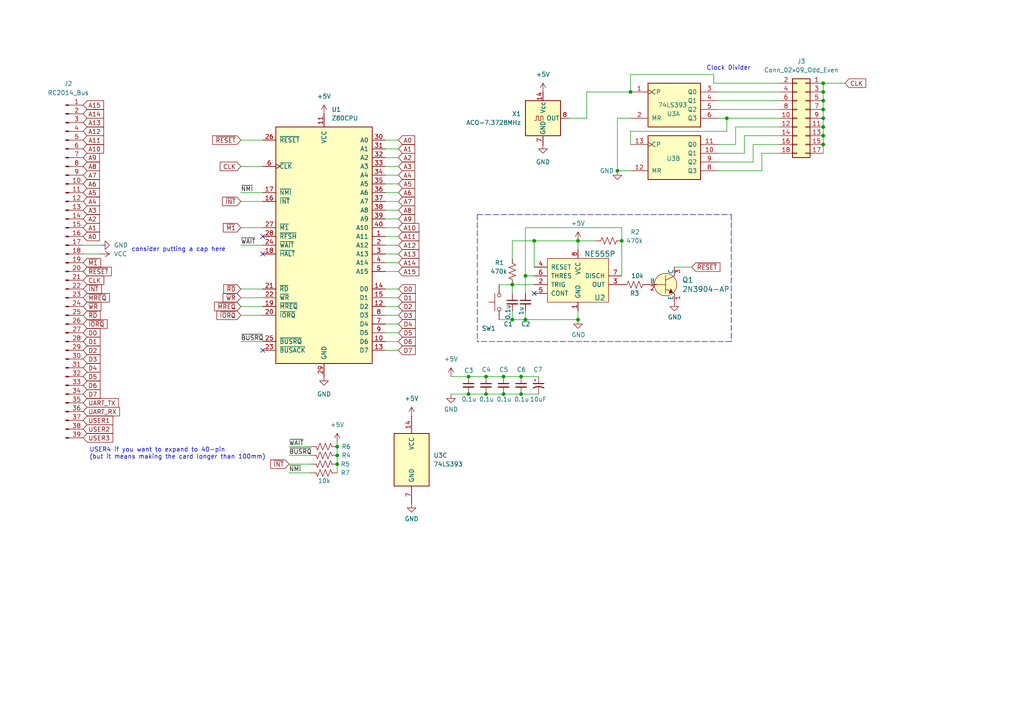
<source format=kicad_sch>
(kicad_sch (version 20231120) (generator "eeschema") (generator_version "8.0")
  (paper "A4")
  (lib_symbols
    (symbol "74xx:74LS393" (pin_names (offset 1.016))
      (property "Reference" "U" (at -7.62 8.89 0))
      (property "Value" "74LS393" (at -7.62 -8.89 0))
      (symbol "74LS393_1_0"
        (pin input clock (at -12.7 2.54 0) (length 5.08) (name "CP") (number "1"))
        (pin input line (at -12.7 -5.08 0) (length 5.08) (name "MR") (number "2"))
        (pin output line (at 12.7 2.54 180) (length 5.08) (name "Q0") (number "3"))
        (pin output line (at 12.7 0 180) (length 5.08) (name "Q1") (number "4"))
        (pin output line (at 12.7 -2.54 180) (length 5.08) (name "Q2") (number "5"))
        (pin output line (at 12.7 -5.08 180) (length 5.08) (name "Q3") (number "6"))
      )
      (symbol "74LS393_1_1"
        (rectangle (start -7.62 5.08) (end 7.62 -7.62) (stroke (width 0.254)) (fill (type background)))
      )
      (symbol "74LS393_2_0"
        (pin output line (at 12.7 0 180) (length 5.08) (name "Q1") (number "10"))
        (pin output line (at 12.7 2.54 180) (length 5.08) (name "Q0") (number "11"))
        (pin input line (at -12.7 -5.08 0) (length 5.08) (name "MR") (number "12"))
        (pin input clock (at -12.7 2.54 0) (length 5.08) (name "CP") (number "13"))
        (pin output line (at 12.7 -5.08 180) (length 5.08) (name "Q3") (number "8"))
        (pin output line (at 12.7 -2.54 180) (length 5.08) (name "Q2") (number "9"))
      )
      (symbol "74LS393_2_1"
        (rectangle (start -7.62 5.08) (end 7.62 -7.62) (stroke (width 0.254)) (fill (type background)))
      )
      (symbol "74LS393_3_0"
        (pin power_in line (at 0 12.7 270) (length 5.08) (name "VCC") (number "14"))
        (pin power_in line (at 0 -12.7 90) (length 5.08) (name "GND") (number "7"))
      )
      (symbol "74LS393_3_1"
        (rectangle (start -5.08 7.62) (end 5.08 -7.62) (stroke (width 0.254)) (fill (type background)))
      )
    )
    (symbol "CPU:Z80CPU" (pin_names (offset 1.016))
      (property "Reference" "U" (at -13.97 35.56 0))
      (property "Value" "Z80CPU" (at 6.35 35.56 0))
      (symbol "Z80CPU_0_1"
        (rectangle (start -13.97 34.29) (end 13.97 -34.29) (stroke (width 0.254)) (fill (type background)))
      )
      (symbol "Z80CPU_1_1"
        (pin output line (at 17.78 2.54 180) (length 3.81) (name "A11") (number "1"))
        (pin bidirectional line (at 17.78 -27.94 180) (length 3.81) (name "D6") (number "10"))
        (pin power_in line (at 0 38.1 270) (length 3.81) (name "VCC") (number "11"))
        (pin bidirectional line (at 17.78 -17.78 180) (length 3.81) (name "D2") (number "12"))
        (pin bidirectional line (at 17.78 -30.48 180) (length 3.81) (name "D7") (number "13"))
        (pin bidirectional line (at 17.78 -12.7 180) (length 3.81) (name "D0") (number "14"))
        (pin bidirectional line (at 17.78 -15.24 180) (length 3.81) (name "D1") (number "15"))
        (pin input line (at -17.78 12.7 0) (length 3.81) (name "~{INT}") (number "16"))
        (pin input line (at -17.78 15.24 0) (length 3.81) (name "~{NMI}") (number "17"))
        (pin output line (at -17.78 -2.54 0) (length 3.81) (name "~{HALT}") (number "18"))
        (pin output line (at -17.78 -17.78 0) (length 3.81) (name "~{MREQ}") (number "19"))
        (pin output line (at 17.78 0 180) (length 3.81) (name "A12") (number "2"))
        (pin output line (at -17.78 -20.32 0) (length 3.81) (name "~{IORQ}") (number "20"))
        (pin output line (at -17.78 -12.7 0) (length 3.81) (name "~{RD}") (number "21"))
        (pin output line (at -17.78 -15.24 0) (length 3.81) (name "~{WR}") (number "22"))
        (pin output line (at -17.78 -30.48 0) (length 3.81) (name "~{BUSACK}") (number "23"))
        (pin input line (at -17.78 0 0) (length 3.81) (name "~{WAIT}") (number "24"))
        (pin input line (at -17.78 -27.94 0) (length 3.81) (name "~{BUSRQ}") (number "25"))
        (pin input line (at -17.78 30.48 0) (length 3.81) (name "~{RESET}") (number "26"))
        (pin output line (at -17.78 5.08 0) (length 3.81) (name "~{M1}") (number "27"))
        (pin output line (at -17.78 2.54 0) (length 3.81) (name "~{RFSH}") (number "28"))
        (pin power_in line (at 0 -38.1 90) (length 3.81) (name "GND") (number "29"))
        (pin output line (at 17.78 -2.54 180) (length 3.81) (name "A13") (number "3"))
        (pin output line (at 17.78 30.48 180) (length 3.81) (name "A0") (number "30"))
        (pin output line (at 17.78 27.94 180) (length 3.81) (name "A1") (number "31"))
        (pin output line (at 17.78 25.4 180) (length 3.81) (name "A2") (number "32"))
        (pin output line (at 17.78 22.86 180) (length 3.81) (name "A3") (number "33"))
        (pin output line (at 17.78 20.32 180) (length 3.81) (name "A4") (number "34"))
        (pin output line (at 17.78 17.78 180) (length 3.81) (name "A5") (number "35"))
        (pin output line (at 17.78 15.24 180) (length 3.81) (name "A6") (number "36"))
        (pin output line (at 17.78 12.7 180) (length 3.81) (name "A7") (number "37"))
        (pin output line (at 17.78 10.16 180) (length 3.81) (name "A8") (number "38"))
        (pin output line (at 17.78 7.62 180) (length 3.81) (name "A9") (number "39"))
        (pin output line (at 17.78 -5.08 180) (length 3.81) (name "A14") (number "4"))
        (pin output line (at 17.78 5.08 180) (length 3.81) (name "A10") (number "40"))
        (pin output line (at 17.78 -7.62 180) (length 3.81) (name "A15") (number "5"))
        (pin input clock (at -17.78 22.86 0) (length 3.81) (name "~{CLK}") (number "6"))
        (pin bidirectional line (at 17.78 -22.86 180) (length 3.81) (name "D4") (number "7"))
        (pin bidirectional line (at 17.78 -20.32 180) (length 3.81) (name "D3") (number "8"))
        (pin bidirectional line (at 17.78 -25.4 180) (length 3.81) (name "D5") (number "9"))
      )
    )
    (symbol "Connector:Conn_01x39_Pin" (pin_names (offset 1.016) hide)
      (property "Reference" "J" (at 0 50.8 0))
      (property "Value" "Conn_01x39_Pin" (at 0 -50.8 0))
      (symbol "Conn_01x39_Pin_1_1"
        (polyline (pts (xy 1.27 -48.26) (xy 0.8636 -48.26)) (stroke (width 0.1524)))
        (polyline (pts (xy 1.27 -45.72) (xy 0.8636 -45.72)) (stroke (width 0.1524)))
        (polyline (pts (xy 1.27 -43.18) (xy 0.8636 -43.18)) (stroke (width 0.1524)))
        (polyline (pts (xy 1.27 -40.64) (xy 0.8636 -40.64)) (stroke (width 0.1524)))
        (polyline (pts (xy 1.27 -38.1) (xy 0.8636 -38.1)) (stroke (width 0.1524)))
        (polyline (pts (xy 1.27 -35.56) (xy 0.8636 -35.56)) (stroke (width 0.1524)))
        (polyline (pts (xy 1.27 -33.02) (xy 0.8636 -33.02)) (stroke (width 0.1524)))
        (polyline (pts (xy 1.27 -30.48) (xy 0.8636 -30.48)) (stroke (width 0.1524)))
        (polyline (pts (xy 1.27 -27.94) (xy 0.8636 -27.94)) (stroke (width 0.1524)))
        (polyline (pts (xy 1.27 -25.4) (xy 0.8636 -25.4)) (stroke (width 0.1524)))
        (polyline (pts (xy 1.27 -22.86) (xy 0.8636 -22.86)) (stroke (width 0.1524)))
        (polyline (pts (xy 1.27 -20.32) (xy 0.8636 -20.32)) (stroke (width 0.1524)))
        (polyline (pts (xy 1.27 -17.78) (xy 0.8636 -17.78)) (stroke (width 0.1524)))
        (polyline (pts (xy 1.27 -15.24) (xy 0.8636 -15.24)) (stroke (width 0.1524)))
        (polyline (pts (xy 1.27 -12.7) (xy 0.8636 -12.7)) (stroke (width 0.1524)))
        (polyline (pts (xy 1.27 -10.16) (xy 0.8636 -10.16)) (stroke (width 0.1524)))
        (polyline (pts (xy 1.27 -7.62) (xy 0.8636 -7.62)) (stroke (width 0.1524)))
        (polyline (pts (xy 1.27 -5.08) (xy 0.8636 -5.08)) (stroke (width 0.1524)))
        (polyline (pts (xy 1.27 -2.54) (xy 0.8636 -2.54)) (stroke (width 0.1524)))
        (polyline (pts (xy 1.27 0) (xy 0.8636 0)) (stroke (width 0.1524)))
        (polyline (pts (xy 1.27 2.54) (xy 0.8636 2.54)) (stroke (width 0.1524)))
        (polyline (pts (xy 1.27 5.08) (xy 0.8636 5.08)) (stroke (width 0.1524)))
        (polyline (pts (xy 1.27 7.62) (xy 0.8636 7.62)) (stroke (width 0.1524)))
        (polyline (pts (xy 1.27 10.16) (xy 0.8636 10.16)) (stroke (width 0.1524)))
        (polyline (pts (xy 1.27 12.7) (xy 0.8636 12.7)) (stroke (width 0.1524)))
        (polyline (pts (xy 1.27 15.24) (xy 0.8636 15.24)) (stroke (width 0.1524)))
        (polyline (pts (xy 1.27 17.78) (xy 0.8636 17.78)) (stroke (width 0.1524)))
        (polyline (pts (xy 1.27 20.32) (xy 0.8636 20.32)) (stroke (width 0.1524)))
        (polyline (pts (xy 1.27 22.86) (xy 0.8636 22.86)) (stroke (width 0.1524)))
        (polyline (pts (xy 1.27 25.4) (xy 0.8636 25.4)) (stroke (width 0.1524)))
        (polyline (pts (xy 1.27 27.94) (xy 0.8636 27.94)) (stroke (width 0.1524)))
        (polyline (pts (xy 1.27 30.48) (xy 0.8636 30.48)) (stroke (width 0.1524)))
        (polyline (pts (xy 1.27 33.02) (xy 0.8636 33.02)) (stroke (width 0.1524)))
        (polyline (pts (xy 1.27 35.56) (xy 0.8636 35.56)) (stroke (width 0.1524)))
        (polyline (pts (xy 1.27 38.1) (xy 0.8636 38.1)) (stroke (width 0.1524)))
        (polyline (pts (xy 1.27 40.64) (xy 0.8636 40.64)) (stroke (width 0.1524)))
        (polyline (pts (xy 1.27 43.18) (xy 0.8636 43.18)) (stroke (width 0.1524)))
        (polyline (pts (xy 1.27 45.72) (xy 0.8636 45.72)) (stroke (width 0.1524)))
        (polyline (pts (xy 1.27 48.26) (xy 0.8636 48.26)) (stroke (width 0.1524)))
        (rectangle (start 0.8636 -48.133) (end 0 -48.387) (stroke (width 0.1524)) (fill (type outline)))
        (rectangle (start 0.8636 -45.593) (end 0 -45.847) (stroke (width 0.1524)) (fill (type outline)))
        (rectangle (start 0.8636 -43.053) (end 0 -43.307) (stroke (width 0.1524)) (fill (type outline)))
        (rectangle (start 0.8636 -40.513) (end 0 -40.767) (stroke (width 0.1524)) (fill (type outline)))
        (rectangle (start 0.8636 -37.973) (end 0 -38.227) (stroke (width 0.1524)) (fill (type outline)))
        (rectangle (start 0.8636 -35.433) (end 0 -35.687) (stroke (width 0.1524)) (fill (type outline)))
        (rectangle (start 0.8636 -32.893) (end 0 -33.147) (stroke (width 0.1524)) (fill (type outline)))
        (rectangle (start 0.8636 -30.353) (end 0 -30.607) (stroke (width 0.1524)) (fill (type outline)))
        (rectangle (start 0.8636 -27.813) (end 0 -28.067) (stroke (width 0.1524)) (fill (type outline)))
        (rectangle (start 0.8636 -25.273) (end 0 -25.527) (stroke (width 0.1524)) (fill (type outline)))
        (rectangle (start 0.8636 -22.733) (end 0 -22.987) (stroke (width 0.1524)) (fill (type outline)))
        (rectangle (start 0.8636 -20.193) (end 0 -20.447) (stroke (width 0.1524)) (fill (type outline)))
        (rectangle (start 0.8636 -17.653) (end 0 -17.907) (stroke (width 0.1524)) (fill (type outline)))
        (rectangle (start 0.8636 -15.113) (end 0 -15.367) (stroke (width 0.1524)) (fill (type outline)))
        (rectangle (start 0.8636 -12.573) (end 0 -12.827) (stroke (width 0.1524)) (fill (type outline)))
        (rectangle (start 0.8636 -10.033) (end 0 -10.287) (stroke (width 0.1524)) (fill (type outline)))
        (rectangle (start 0.8636 -7.493) (end 0 -7.747) (stroke (width 0.1524)) (fill (type outline)))
        (rectangle (start 0.8636 -4.953) (end 0 -5.207) (stroke (width 0.1524)) (fill (type outline)))
        (rectangle (start 0.8636 -2.413) (end 0 -2.667) (stroke (width 0.1524)) (fill (type outline)))
        (rectangle (start 0.8636 0.127) (end 0 -0.127) (stroke (width 0.1524)) (fill (type outline)))
        (rectangle (start 0.8636 2.667) (end 0 2.413) (stroke (width 0.1524)) (fill (type outline)))
        (rectangle (start 0.8636 5.207) (end 0 4.953) (stroke (width 0.1524)) (fill (type outline)))
        (rectangle (start 0.8636 7.747) (end 0 7.493) (stroke (width 0.1524)) (fill (type outline)))
        (rectangle (start 0.8636 10.287) (end 0 10.033) (stroke (width 0.1524)) (fill (type outline)))
        (rectangle (start 0.8636 12.827) (end 0 12.573) (stroke (width 0.1524)) (fill (type outline)))
        (rectangle (start 0.8636 15.367) (end 0 15.113) (stroke (width 0.1524)) (fill (type outline)))
        (rectangle (start 0.8636 17.907) (end 0 17.653) (stroke (width 0.1524)) (fill (type outline)))
        (rectangle (start 0.8636 20.447) (end 0 20.193) (stroke (width 0.1524)) (fill (type outline)))
        (rectangle (start 0.8636 22.987) (end 0 22.733) (stroke (width 0.1524)) (fill (type outline)))
        (rectangle (start 0.8636 25.527) (end 0 25.273) (stroke (width 0.1524)) (fill (type outline)))
        (rectangle (start 0.8636 28.067) (end 0 27.813) (stroke (width 0.1524)) (fill (type outline)))
        (rectangle (start 0.8636 30.607) (end 0 30.353) (stroke (width 0.1524)) (fill (type outline)))
        (rectangle (start 0.8636 33.147) (end 0 32.893) (stroke (width 0.1524)) (fill (type outline)))
        (rectangle (start 0.8636 35.687) (end 0 35.433) (stroke (width 0.1524)) (fill (type outline)))
        (rectangle (start 0.8636 38.227) (end 0 37.973) (stroke (width 0.1524)) (fill (type outline)))
        (rectangle (start 0.8636 40.767) (end 0 40.513) (stroke (width 0.1524)) (fill (type outline)))
        (rectangle (start 0.8636 43.307) (end 0 43.053) (stroke (width 0.1524)) (fill (type outline)))
        (rectangle (start 0.8636 45.847) (end 0 45.593) (stroke (width 0.1524)) (fill (type outline)))
        (rectangle (start 0.8636 48.387) (end 0 48.133) (stroke (width 0.1524)) (fill (type outline)))
        (pin passive line (at 5.08 48.26 180) (length 3.81) (name "Pin_1") (number "1"))
        (pin passive line (at 5.08 25.4 180) (length 3.81) (name "Pin_10") (number "10"))
        (pin passive line (at 5.08 22.86 180) (length 3.81) (name "Pin_11") (number "11"))
        (pin passive line (at 5.08 20.32 180) (length 3.81) (name "Pin_12") (number "12"))
        (pin passive line (at 5.08 17.78 180) (length 3.81) (name "Pin_13") (number "13"))
        (pin passive line (at 5.08 15.24 180) (length 3.81) (name "Pin_14") (number "14"))
        (pin passive line (at 5.08 12.7 180) (length 3.81) (name "Pin_15") (number "15"))
        (pin passive line (at 5.08 10.16 180) (length 3.81) (name "Pin_16") (number "16"))
        (pin passive line (at 5.08 7.62 180) (length 3.81) (name "Pin_17") (number "17"))
        (pin passive line (at 5.08 5.08 180) (length 3.81) (name "Pin_18") (number "18"))
        (pin passive line (at 5.08 2.54 180) (length 3.81) (name "Pin_19") (number "19"))
        (pin passive line (at 5.08 45.72 180) (length 3.81) (name "Pin_2") (number "2"))
        (pin passive line (at 5.08 0 180) (length 3.81) (name "Pin_20") (number "20"))
        (pin passive line (at 5.08 -2.54 180) (length 3.81) (name "Pin_21") (number "21"))
        (pin passive line (at 5.08 -5.08 180) (length 3.81) (name "Pin_22") (number "22"))
        (pin passive line (at 5.08 -7.62 180) (length 3.81) (name "Pin_23") (number "23"))
        (pin passive line (at 5.08 -10.16 180) (length 3.81) (name "Pin_24") (number "24"))
        (pin passive line (at 5.08 -12.7 180) (length 3.81) (name "Pin_25") (number "25"))
        (pin passive line (at 5.08 -15.24 180) (length 3.81) (name "Pin_26") (number "26"))
        (pin passive line (at 5.08 -17.78 180) (length 3.81) (name "Pin_27") (number "27"))
        (pin passive line (at 5.08 -20.32 180) (length 3.81) (name "Pin_28") (number "28"))
        (pin passive line (at 5.08 -22.86 180) (length 3.81) (name "Pin_29") (number "29"))
        (pin passive line (at 5.08 43.18 180) (length 3.81) (name "Pin_3") (number "3"))
        (pin passive line (at 5.08 -25.4 180) (length 3.81) (name "Pin_30") (number "30"))
        (pin passive line (at 5.08 -27.94 180) (length 3.81) (name "Pin_31") (number "31"))
        (pin passive line (at 5.08 -30.48 180) (length 3.81) (name "Pin_32") (number "32"))
        (pin passive line (at 5.08 -33.02 180) (length 3.81) (name "Pin_33") (number "33"))
        (pin passive line (at 5.08 -35.56 180) (length 3.81) (name "Pin_34") (number "34"))
        (pin passive line (at 5.08 -38.1 180) (length 3.81) (name "Pin_35") (number "35"))
        (pin passive line (at 5.08 -40.64 180) (length 3.81) (name "Pin_36") (number "36"))
        (pin passive line (at 5.08 -43.18 180) (length 3.81) (name "Pin_37") (number "37"))
        (pin passive line (at 5.08 -45.72 180) (length 3.81) (name "Pin_38") (number "38"))
        (pin passive line (at 5.08 -48.26 180) (length 3.81) (name "Pin_39") (number "39"))
        (pin passive line (at 5.08 40.64 180) (length 3.81) (name "Pin_4") (number "4"))
        (pin passive line (at 5.08 38.1 180) (length 3.81) (name "Pin_5") (number "5"))
        (pin passive line (at 5.08 35.56 180) (length 3.81) (name "Pin_6") (number "6"))
        (pin passive line (at 5.08 33.02 180) (length 3.81) (name "Pin_7") (number "7"))
        (pin passive line (at 5.08 30.48 180) (length 3.81) (name "Pin_8") (number "8"))
        (pin passive line (at 5.08 27.94 180) (length 3.81) (name "Pin_9") (number "9"))
      )
    )
    (symbol "Connector_Generic:Conn_02x09_Odd_Even" (pin_names (offset 1.016) hide)
      (property "Reference" "J" (at 1.27 12.7 0))
      (property "Value" "Conn_02x09_Odd_Even" (at 1.27 -12.7 0))
      (symbol "Conn_02x09_Odd_Even_1_1"
        (rectangle (start -1.27 -10.033) (end 0 -10.287) (stroke (width 0.1524)))
        (rectangle (start -1.27 -7.493) (end 0 -7.747) (stroke (width 0.1524)))
        (rectangle (start -1.27 -4.953) (end 0 -5.207) (stroke (width 0.1524)))
        (rectangle (start -1.27 -2.413) (end 0 -2.667) (stroke (width 0.1524)))
        (rectangle (start -1.27 0.127) (end 0 -0.127) (stroke (width 0.1524)))
        (rectangle (start -1.27 2.667) (end 0 2.413) (stroke (width 0.1524)))
        (rectangle (start -1.27 5.207) (end 0 4.953) (stroke (width 0.1524)))
        (rectangle (start -1.27 7.747) (end 0 7.493) (stroke (width 0.1524)))
        (rectangle (start -1.27 10.287) (end 0 10.033) (stroke (width 0.1524)))
        (rectangle (start -1.27 11.43) (end 3.81 -11.43) (stroke (width 0.254)) (fill (type background)))
        (rectangle (start 3.81 -10.033) (end 2.54 -10.287) (stroke (width 0.1524)))
        (rectangle (start 3.81 -7.493) (end 2.54 -7.747) (stroke (width 0.1524)))
        (rectangle (start 3.81 -4.953) (end 2.54 -5.207) (stroke (width 0.1524)))
        (rectangle (start 3.81 -2.413) (end 2.54 -2.667) (stroke (width 0.1524)))
        (rectangle (start 3.81 0.127) (end 2.54 -0.127) (stroke (width 0.1524)))
        (rectangle (start 3.81 2.667) (end 2.54 2.413) (stroke (width 0.1524)))
        (rectangle (start 3.81 5.207) (end 2.54 4.953) (stroke (width 0.1524)))
        (rectangle (start 3.81 7.747) (end 2.54 7.493) (stroke (width 0.1524)))
        (rectangle (start 3.81 10.287) (end 2.54 10.033) (stroke (width 0.1524)))
        (pin passive line (at -5.08 10.16 0) (length 3.81) (name "Pin_1") (number "1"))
        (pin passive line (at 7.62 0 180) (length 3.81) (name "Pin_10") (number "10"))
        (pin passive line (at -5.08 -2.54 0) (length 3.81) (name "Pin_11") (number "11"))
        (pin passive line (at 7.62 -2.54 180) (length 3.81) (name "Pin_12") (number "12"))
        (pin passive line (at -5.08 -5.08 0) (length 3.81) (name "Pin_13") (number "13"))
        (pin passive line (at 7.62 -5.08 180) (length 3.81) (name "Pin_14") (number "14"))
        (pin passive line (at -5.08 -7.62 0) (length 3.81) (name "Pin_15") (number "15"))
        (pin passive line (at 7.62 -7.62 180) (length 3.81) (name "Pin_16") (number "16"))
        (pin passive line (at -5.08 -10.16 0) (length 3.81) (name "Pin_17") (number "17"))
        (pin passive line (at 7.62 -10.16 180) (length 3.81) (name "Pin_18") (number "18"))
        (pin passive line (at 7.62 10.16 180) (length 3.81) (name "Pin_2") (number "2"))
        (pin passive line (at -5.08 7.62 0) (length 3.81) (name "Pin_3") (number "3"))
        (pin passive line (at 7.62 7.62 180) (length 3.81) (name "Pin_4") (number "4"))
        (pin passive line (at -5.08 5.08 0) (length 3.81) (name "Pin_5") (number "5"))
        (pin passive line (at 7.62 5.08 180) (length 3.81) (name "Pin_6") (number "6"))
        (pin passive line (at -5.08 2.54 0) (length 3.81) (name "Pin_7") (number "7"))
        (pin passive line (at 7.62 2.54 180) (length 3.81) (name "Pin_8") (number "8"))
        (pin passive line (at -5.08 0 0) (length 3.81) (name "Pin_9") (number "9"))
      )
    )
    (symbol "Device:C_Polarized_Small_US" (pin_numbers hide) (pin_names (offset 0.254) hide)
      (property "Reference" "C" (at 0.254 1.778 0))
      (property "Value" "C_Polarized_Small_US" (at 0.254 -2.032 0))
      (symbol "C_Polarized_Small_US_0_1"
        (polyline (pts (xy -1.524 0.508) (xy 1.524 0.508)) (stroke (width 0.3048)))
        (polyline (pts (xy -1.27 1.524) (xy -0.762 1.524)))
        (polyline (pts (xy -1.016 1.27) (xy -1.016 1.778)))
        (arc (start 1.524 -0.762) (mid 0 -0.3734) (end -1.524 -0.762) (stroke (width 0.3048)))
      )
      (symbol "C_Polarized_Small_US_1_1"
        (pin passive line (at 0 2.54 270) (length 2.032) (name "~") (number "1"))
        (pin passive line (at 0 -2.54 90) (length 2.032) (name "~") (number "2"))
      )
    )
    (symbol "Device:C_Small" (pin_numbers hide) (pin_names (offset 0.254) hide)
      (property "Reference" "C" (at 0.254 1.778 0))
      (property "Value" "C_Small" (at 0.254 -2.032 0))
      (symbol "C_Small_0_1"
        (polyline (pts (xy -1.524 -0.508) (xy 1.524 -0.508)) (stroke (width 0.3302)))
        (polyline (pts (xy -1.524 0.508) (xy 1.524 0.508)) (stroke (width 0.3048)))
      )
      (symbol "C_Small_1_1"
        (pin passive line (at 0 2.54 270) (length 2.032) (name "~") (number "1"))
        (pin passive line (at 0 -2.54 90) (length 2.032) (name "~") (number "2"))
      )
    )
    (symbol "Device:R_US" (pin_numbers hide) (pin_names (offset 0))
      (property "Reference" "R" (at 2.54 0 90))
      (property "Value" "R_US" (at -2.54 0 90))
      (symbol "R_US_0_1"
        (polyline (pts (xy 0 -2.286) (xy 0 -2.54)))
        (polyline (pts (xy 0 2.286) (xy 0 2.54)))
        (polyline (pts (xy 0 -0.762) (xy 1.016 -1.143) (xy 0 -1.524) (xy -1.016 -1.905) (xy 0 -2.286)))
        (polyline (pts (xy 0 0.762) (xy 1.016 0.381) (xy 0 0) (xy -1.016 -0.381) (xy 0 -0.762)))
        (polyline (pts (xy 0 2.286) (xy 1.016 1.905) (xy 0 1.524) (xy -1.016 1.143) (xy 0 0.762)))
      )
      (symbol "R_US_1_1"
        (pin passive line (at 0 3.81 270) (length 1.27) (name "~") (number "1"))
        (pin passive line (at 0 -3.81 90) (length 1.27) (name "~") (number "2"))
      )
    )
    (symbol "GND_1" (power) (pin_numbers hide) (pin_names (offset 0) hide)
      (property "Value" "GND" (at 0 -3.81 0))
      (symbol "GND_1_0_1"
        (polyline (pts (xy 0 0) (xy 0 -1.27) (xy 1.27 -1.27) (xy 0 -2.54) (xy -1.27 -1.27) (xy 0 -1.27)))
      )
      (symbol "GND_1_1_1"
        (pin power_in line (at 0 0 270) (length 0) (name "~") (number "1"))
      )
    )
    (symbol "Oscillator:ACO-xxxMHz" (pin_names (offset 0.254))
      (property "Reference" "X" (at -5.08 6.35 0))
      (property "Value" "ACO-xxxMHz" (at 1.27 -6.35 0))
      (symbol "ACO-xxxMHz_0_1"
        (rectangle (start -5.08 5.08) (end 5.08 -5.08) (stroke (width 0.254)) (fill (type background)))
        (polyline (pts (xy -2.54 -0.635) (xy -1.905 -0.635) (xy -1.905 0.635) (xy -1.27 0.635) (xy -1.27 -0.635) (xy -0.635 -0.635) (xy -0.635 0.635) (xy 0 0.635) (xy 0 -0.635)))
      )
      (symbol "ACO-xxxMHz_1_1"
        (pin no_connect line (at -5.08 2.54 0) (length 2.54) hide (name "NC") (number "1"))
        (pin power_in line (at 0 7.62 270) (length 2.54) (name "Vcc") (number "14"))
        (pin power_in line (at 0 -7.62 90) (length 2.54) (name "GND") (number "7"))
        (pin output line (at 7.62 0 180) (length 2.54) (name "OUT") (number "8"))
      )
    )
    (symbol "Switch:SW_Push" (pin_numbers hide) (pin_names (offset 1.016) hide)
      (property "Reference" "SW" (at 1.27 2.54 0))
      (property "Value" "SW_Push" (at 0 -1.524 0))
      (symbol "SW_Push_0_1"
        (circle (center -2.032 0) (radius 0.508))
        (polyline (pts (xy 0 1.27) (xy 0 3.048)))
        (polyline (pts (xy 2.54 1.27) (xy -2.54 1.27)))
        (circle (center 2.032 0) (radius 0.508))
        (pin passive line (at -5.08 0 0) (length 2.54) (name "1") (number "1"))
        (pin passive line (at 5.08 0 180) (length 2.54) (name "2") (number "2"))
      )
    )
    (symbol "dk_Clock-Timing-Programmable-Timers-and-Oscillators:NE555P" (pin_names (offset 1.016))
      (property "Reference" "U" (at -8.89 6.35 0))
      (property "Value" "dk_Clock-Timing-Programmable-Timers-and-Oscillators_NE555P" (at 1.27 -8.89 0))
      (symbol "NE555P_0_1"
        (rectangle (start -8.89 5.08) (end 8.89 -7.62) (fill (type background)))
      )
      (symbol "NE555P_1_1"
        (pin power_in line (at 0 -10.16 90) (length 2.54) (name "GND") (number "1"))
        (pin input line (at -12.7 -2.54 0) (length 3.81) (name "TRIG") (number "2"))
        (pin output line (at 12.7 -2.54 180) (length 3.81) (name "OUT") (number "3"))
        (pin input line (at -12.7 2.54 0) (length 3.81) (name "RESET") (number "4"))
        (pin bidirectional line (at -12.7 -5.08 0) (length 3.81) (name "CONT") (number "5"))
        (pin input line (at -12.7 0 0) (length 3.81) (name "THRES") (number "6"))
        (pin output line (at 12.7 0 180) (length 3.81) (name "DISCH") (number "7"))
        (pin power_in line (at 0 7.62 270) (length 2.54) (name "VCC") (number "8"))
      )
    )
    (symbol "dk_Transistors-Bipolar-BJT-Single:2N3904-AP" (pin_names (offset 0))
      (property "Reference" "Q" (at -3.2004 4.2164 0))
      (property "Value" "dk_Transistors-Bipolar-BJT-Single_2N3904-AP" (at 5.2324 0 90))
      (symbol "2N3904-AP_0_1"
        (polyline (pts (xy -3.81 0) (xy -2.54 0)))
        (polyline (pts (xy -3.556 0) (xy 0 0)))
        (polyline (pts (xy 0 -1.27) (xy 2.54 -2.54)))
        (polyline (pts (xy 0 1.27) (xy 2.54 2.54)))
        (polyline (pts (xy 0 2.54) (xy 0 -2.54)))
        (polyline (pts (xy 1.524 -1.27) (xy 2.032 -2.286) (xy 1.016 -2.54) (xy 1.524 -1.27)) (fill (type outline)))
        (circle (center 0 0) (radius 3.2512) (fill (type background)))
      )
      (symbol "2N3904-AP_1_1"
        (pin passive line (at 2.54 -5.08 90) (length 2.54) (name "E") (number "1"))
        (pin input line (at -5.08 0 0) (length 2.54) (name "B") (number "2"))
        (pin passive line (at 2.54 5.08 270) (length 2.54) (name "C") (number "3"))
      )
    )
    (symbol "power:+5V" (power) (pin_names (offset 0))
      (property "Value" "+5V" (at 0 3.556 0))
      (symbol "+5V_0_1"
        (polyline (pts (xy -0.762 1.27) (xy 0 2.54)))
        (polyline (pts (xy 0 0) (xy 0 2.54)))
        (polyline (pts (xy 0 2.54) (xy 0.762 1.27)))
      )
      (symbol "+5V_1_1"
        (pin power_in line (at 0 0 90) (length 0) hide (name "+5V") (number "1"))
      )
    )
    (symbol "power:GND" (power) (pin_names (offset 0))
      (property "Value" "GND" (at 0 -3.81 0))
      (symbol "GND_0_1"
        (polyline (pts (xy 0 0) (xy 0 -1.27) (xy 1.27 -1.27) (xy 0 -2.54) (xy -1.27 -1.27) (xy 0 -1.27)))
      )
      (symbol "GND_1_1"
        (pin power_in line (at 0 0 270) (length 0) hide (name "GND") (number "1"))
      )
    )
    (symbol "power:VCC" (power) (pin_numbers hide) (pin_names (offset 0) hide)
      (property "Value" "VCC" (at 0 3.556 0))
      (symbol "VCC_0_1"
        (polyline (pts (xy -0.762 1.27) (xy 0 2.54)))
        (polyline (pts (xy 0 0) (xy 0 2.54)))
        (polyline (pts (xy 0 2.54) (xy 0.762 1.27)))
      )
      (symbol "VCC_1_1"
        (pin power_in line (at 0 0 90) (length 0) (name "~") (number "1"))
      )
    )
  )
  (junction (at 140.97 109.22))
  (junction (at 238.76 36.83))
  (junction (at 238.76 26.67))
  (junction (at 238.76 24.13))
  (junction (at 151.13 109.22))
  (junction (at 182.88 26.67))
  (junction (at 167.64 69.85))
  (junction (at 167.64 92.71))
  (junction (at 97.79 132.08))
  (junction (at 151.13 114.3))
  (junction (at 152.4 92.71))
  (junction (at 238.76 39.37))
  (junction (at 148.59 82.55))
  (junction (at 146.05 114.3))
  (junction (at 154.94 69.85))
  (junction (at 135.89 109.22))
  (junction (at 135.89 114.3))
  (junction (at 238.76 29.21))
  (junction (at 238.76 41.91))
  (junction (at 238.76 31.75))
  (junction (at 152.4 80.01))
  (junction (at 146.05 109.22))
  (junction (at 97.79 129.54))
  (junction (at 210.82 34.29))
  (junction (at 97.79 134.62))
  (junction (at 140.97 114.3))
  (junction (at 238.76 34.29))
  (junction (at 180.34 69.85))
  (junction (at 148.59 92.71))
  (junction (at 179.07 49.53))
  (no_connect (at 76.2 73.66))
  (no_connect (at 76.2 101.6))
  (no_connect (at 154.94 85.09))
  (no_connect (at 76.2 68.58))
  (wire (pts (xy 69.85 66.04) (xy 76.2 66.04)))
  (wire (pts (xy 238.76 29.21) (xy 238.76 31.75)))
  (wire (pts (xy 208.28 34.29) (xy 210.82 34.29)))
  (wire (pts (xy 115.57 66.04) (xy 111.76 66.04)))
  (wire (pts (xy 182.88 21.59) (xy 182.88 26.67)))
  (wire (pts (xy 238.76 39.37) (xy 238.76 41.91)))
  (wire (pts (xy 115.57 88.9) (xy 111.76 88.9)))
  (wire (pts (xy 238.76 31.75) (xy 238.76 34.29)))
  (wire (pts (xy 83.82 137.16) (xy 90.17 137.16)))
  (wire (pts (xy 83.82 134.62) (xy 90.17 134.62)))
  (wire (pts (xy 115.57 53.34) (xy 111.76 53.34)))
  (wire (pts (xy 220.98 44.45) (xy 220.98 49.53)))
  (wire (pts (xy 238.76 26.67) (xy 238.76 29.21)))
  (wire (pts (xy 135.89 109.22) (xy 140.97 109.22)))
  (wire (pts (xy 207.01 24.13) (xy 207.01 21.59)))
  (wire (pts (xy 135.89 114.3) (xy 140.97 114.3)))
  (wire (pts (xy 115.57 96.52) (xy 111.76 96.52)))
  (wire (pts (xy 115.57 55.88) (xy 111.76 55.88)))
  (wire (pts (xy 208.28 29.21) (xy 226.06 29.21)))
  (wire (pts (xy 115.57 93.98) (xy 111.76 93.98)))
  (wire (pts (xy 238.76 24.13) (xy 238.76 26.67)))
  (wire (pts (xy 130.81 109.22) (xy 135.89 109.22)))
  (wire (pts (xy 97.79 132.08) (xy 97.79 129.54)))
  (wire (pts (xy 179.07 49.53) (xy 182.88 49.53)))
  (wire (pts (xy 115.57 91.44) (xy 111.76 91.44)))
  (wire (pts (xy 213.36 36.83) (xy 213.36 41.91)))
  (wire (pts (xy 148.59 69.85) (xy 154.94 69.85)))
  (wire (pts (xy 208.28 46.99) (xy 218.44 46.99)))
  (wire (pts (xy 180.34 66.04) (xy 180.34 69.85)))
  (wire (pts (xy 180.34 69.85) (xy 180.34 80.01)))
  (wire (pts (xy 182.88 34.29) (xy 179.07 34.29)))
  (wire (pts (xy 115.57 73.66) (xy 111.76 73.66)))
  (wire (pts (xy 115.57 99.06) (xy 111.76 99.06)))
  (wire (pts (xy 152.4 85.09) (xy 152.4 80.01)))
  (wire (pts (xy 167.64 92.71) (xy 167.64 90.17)))
  (wire (pts (xy 29.21 71.12) (xy 24.13 71.12)))
  (wire (pts (xy 146.05 114.3) (xy 151.13 114.3)))
  (wire (pts (xy 115.57 86.36) (xy 111.76 86.36)))
  (wire (pts (xy 215.9 39.37) (xy 226.06 39.37)))
  (wire (pts (xy 207.01 21.59) (xy 182.88 21.59)))
  (polyline (pts (xy 212.09 62.23) (xy 212.09 99.06)) (stroke (width 0) (type dash)))
  (wire (pts (xy 238.76 41.91) (xy 238.76 44.45)))
  (wire (pts (xy 148.59 82.55) (xy 144.78 82.55)))
  (wire (pts (xy 69.85 71.12) (xy 76.2 71.12)))
  (polyline (pts (xy 212.09 99.06) (xy 138.43 99.06)) (stroke (width 0) (type dash)))
  (wire (pts (xy 69.85 86.36) (xy 76.2 86.36)))
  (wire (pts (xy 69.85 91.44) (xy 76.2 91.44)))
  (wire (pts (xy 218.44 41.91) (xy 226.06 41.91)))
  (wire (pts (xy 170.18 26.67) (xy 182.88 26.67)))
  (wire (pts (xy 210.82 38.1) (xy 182.88 38.1)))
  (wire (pts (xy 83.82 132.08) (xy 90.17 132.08)))
  (wire (pts (xy 83.82 129.54) (xy 90.17 129.54)))
  (wire (pts (xy 69.85 58.42) (xy 76.2 58.42)))
  (wire (pts (xy 69.85 83.82) (xy 76.2 83.82)))
  (wire (pts (xy 220.98 49.53) (xy 208.28 49.53)))
  (wire (pts (xy 115.57 83.82) (xy 111.76 83.82)))
  (wire (pts (xy 152.4 92.71) (xy 167.64 92.71)))
  (wire (pts (xy 140.97 114.3) (xy 146.05 114.3)))
  (wire (pts (xy 115.57 63.5) (xy 111.76 63.5)))
  (wire (pts (xy 115.57 48.26) (xy 111.76 48.26)))
  (wire (pts (xy 154.94 69.85) (xy 154.94 77.47)))
  (wire (pts (xy 148.59 92.71) (xy 144.78 92.71)))
  (wire (pts (xy 220.98 44.45) (xy 226.06 44.45)))
  (wire (pts (xy 115.57 58.42) (xy 111.76 58.42)))
  (wire (pts (xy 148.59 74.93) (xy 148.59 69.85)))
  (wire (pts (xy 140.97 109.22) (xy 146.05 109.22)))
  (wire (pts (xy 97.79 134.62) (xy 97.79 137.16)))
  (wire (pts (xy 152.4 66.04) (xy 180.34 66.04)))
  (wire (pts (xy 115.57 50.8) (xy 111.76 50.8)))
  (wire (pts (xy 238.76 34.29) (xy 238.76 36.83)))
  (wire (pts (xy 151.13 109.22) (xy 156.21 109.22)))
  (wire (pts (xy 179.07 34.29) (xy 179.07 49.53)))
  (wire (pts (xy 29.21 73.66) (xy 24.13 73.66)))
  (wire (pts (xy 238.76 36.83) (xy 238.76 39.37)))
  (wire (pts (xy 148.59 92.71) (xy 152.4 92.71)))
  (wire (pts (xy 154.94 69.85) (xy 167.64 69.85)))
  (wire (pts (xy 115.57 78.74) (xy 111.76 78.74)))
  (wire (pts (xy 69.85 99.06) (xy 76.2 99.06)))
  (wire (pts (xy 115.57 101.6) (xy 111.76 101.6)))
  (wire (pts (xy 172.72 69.85) (xy 167.64 69.85)))
  (wire (pts (xy 130.81 114.3) (xy 135.89 114.3)))
  (wire (pts (xy 213.36 41.91) (xy 208.28 41.91)))
  (wire (pts (xy 151.13 114.3) (xy 156.21 114.3)))
  (wire (pts (xy 115.57 71.12) (xy 111.76 71.12)))
  (wire (pts (xy 146.05 109.22) (xy 151.13 109.22)))
  (wire (pts (xy 69.85 55.88) (xy 76.2 55.88)))
  (wire (pts (xy 218.44 46.99) (xy 218.44 41.91)))
  (wire (pts (xy 208.28 31.75) (xy 226.06 31.75)))
  (wire (pts (xy 69.85 48.26) (xy 76.2 48.26)))
  (wire (pts (xy 148.59 90.17) (xy 148.59 92.71)))
  (wire (pts (xy 182.88 38.1) (xy 182.88 41.91)))
  (polyline (pts (xy 138.43 62.23) (xy 212.09 62.23)) (stroke (width 0) (type dash)))
  (wire (pts (xy 215.9 44.45) (xy 215.9 39.37)))
  (wire (pts (xy 152.4 92.71) (xy 152.4 90.17)))
  (wire (pts (xy 69.85 40.64) (xy 76.2 40.64)))
  (wire (pts (xy 115.57 43.18) (xy 111.76 43.18)))
  (wire (pts (xy 148.59 82.55) (xy 148.59 85.09)))
  (wire (pts (xy 195.58 77.47) (xy 200.66 77.47)))
  (wire (pts (xy 207.01 24.13) (xy 226.06 24.13)))
  (wire (pts (xy 115.57 45.72) (xy 111.76 45.72)))
  (wire (pts (xy 170.18 34.29) (xy 170.18 26.67)))
  (polyline (pts (xy 138.43 62.23) (xy 138.43 99.06)) (stroke (width 0) (type dash)))
  (wire (pts (xy 213.36 36.83) (xy 226.06 36.83)))
  (wire (pts (xy 115.57 68.58) (xy 111.76 68.58)))
  (wire (pts (xy 238.76 24.13) (xy 245.11 24.13)))
  (wire (pts (xy 115.57 60.96) (xy 111.76 60.96)))
  (wire (pts (xy 210.82 34.29) (xy 226.06 34.29)))
  (wire (pts (xy 115.57 76.2) (xy 111.76 76.2)))
  (wire (pts (xy 152.4 80.01) (xy 154.94 80.01)))
  (wire (pts (xy 69.85 88.9) (xy 76.2 88.9)))
  (wire (pts (xy 115.57 40.64) (xy 111.76 40.64)))
  (wire (pts (xy 167.64 69.85) (xy 167.64 72.39)))
  (wire (pts (xy 210.82 34.29) (xy 210.82 38.1)))
  (wire (pts (xy 152.4 80.01) (xy 152.4 66.04)))
  (wire (pts (xy 208.28 26.67) (xy 226.06 26.67)))
  (wire (pts (xy 97.79 132.08) (xy 97.79 134.62)))
  (wire (pts (xy 165.1 34.29) (xy 170.18 34.29)))
  (wire (pts (xy 208.28 44.45) (xy 215.9 44.45)))
  (wire (pts (xy 154.94 82.55) (xy 148.59 82.55)))
  (wire (pts (xy 97.79 129.54) (xy 97.79 128.27)))
  (text "Clock Divider" (at 211.328 19.812 0) (effects (font (size 1.27 1.27))))
  (text "consider putting a cap here" (at 38.1 73.152 0) (effects (font (size 1.27 1.27)) (justify left bottom)))
  (text "USER4 if you want to expand to 40-pin\n(but it means making the card longer than 100mm)" (at 25.908 133.35 0) (effects (font (size 1.27 1.27)) (justify left bottom)))
  (label "~{NMI}" (at 69.85 55.88 0))
  (label "~{NMI}" (at 83.82 137.16 0))
  (label "~{BUSRQ}" (at 69.85 99.06 0))
  (label "~{WAIT}" (at 69.85 71.12 0))
  (label "~{WAIT}" (at 83.82 129.54 0))
  (label "~{BUSRQ}" (at 83.82 132.08 0))
  (global_label "A10" (shape input) (at 24.13 43.18 0) (property "Intersheetrefs" "${INTERSHEET_REFS}" (effects (hide yes))))
  (global_label "A7" (shape input) (at 115.57 58.42 0) (property "Intersheetrefs" "${INTERSHEET_REFS}" (effects (hide yes))))
  (global_label "~{INT}" (shape input) (at 69.85 58.42 180) (property "Intersheetrefs" "${INTERSHEET_REFS}" (effects (hide yes))))
  (global_label "D1" (shape input) (at 115.57 86.36 0) (property "Intersheetrefs" "${INTERSHEET_REFS}" (effects (hide yes))))
  (global_label "A6" (shape input) (at 24.13 53.34 0) (property "Intersheetrefs" "${INTERSHEET_REFS}" (effects (hide yes))))
  (global_label "A3" (shape input) (at 115.57 48.26 0) (property "Intersheetrefs" "${INTERSHEET_REFS}" (effects (hide yes))))
  (global_label "~{INT}" (shape input) (at 83.82 134.62 180) (property "Intersheetrefs" "${INTERSHEET_REFS}" (effects (hide yes))))
  (global_label "A8" (shape input) (at 24.13 48.26 0) (property "Intersheetrefs" "${INTERSHEET_REFS}" (effects (hide yes))))
  (global_label "D6" (shape input) (at 115.57 99.06 0) (property "Intersheetrefs" "${INTERSHEET_REFS}" (effects (hide yes))))
  (global_label "~{RESET}" (shape input) (at 200.66 77.47 0) (property "Intersheetrefs" "${INTERSHEET_REFS}" (effects (hide yes))))
  (global_label "USER3" (shape input) (at 24.13 127 0) (property "Intersheetrefs" "${INTERSHEET_REFS}" (effects (hide yes))))
  (global_label "~{M1}" (shape input) (at 24.13 76.2 0) (property "Intersheetrefs" "${INTERSHEET_REFS}" (effects (hide yes))))
  (global_label "CLK" (shape input) (at 69.85 48.26 180) (property "Intersheetrefs" "${INTERSHEET_REFS}" (effects (hide yes))))
  (global_label "D1" (shape input) (at 24.13 99.06 0) (property "Intersheetrefs" "${INTERSHEET_REFS}" (effects (hide yes))))
  (global_label "A5" (shape input) (at 24.13 55.88 0) (property "Intersheetrefs" "${INTERSHEET_REFS}" (effects (hide yes))))
  (global_label "~{RESET}" (shape input) (at 69.85 40.64 180) (property "Intersheetrefs" "${INTERSHEET_REFS}" (effects (hide yes))))
  (global_label "~{WR}" (shape input) (at 69.85 86.36 180) (property "Intersheetrefs" "${INTERSHEET_REFS}" (effects (hide yes))))
  (global_label "A15" (shape input) (at 115.57 78.74 0) (property "Intersheetrefs" "${INTERSHEET_REFS}" (effects (hide yes))))
  (global_label "D7" (shape input) (at 24.13 114.3 0) (property "Intersheetrefs" "${INTERSHEET_REFS}" (effects (hide yes))))
  (global_label "A14" (shape input) (at 115.57 76.2 0) (property "Intersheetrefs" "${INTERSHEET_REFS}" (effects (hide yes))))
  (global_label "~{RD}" (shape input) (at 69.85 83.82 180) (property "Intersheetrefs" "${INTERSHEET_REFS}" (effects (hide yes))))
  (global_label "D0" (shape input) (at 115.57 83.82 0) (property "Intersheetrefs" "${INTERSHEET_REFS}" (effects (hide yes))))
  (global_label "A9" (shape input) (at 24.13 45.72 0) (property "Intersheetrefs" "${INTERSHEET_REFS}" (effects (hide yes))))
  (global_label "A15" (shape input) (at 24.13 30.48 0) (property "Intersheetrefs" "${INTERSHEET_REFS}" (effects (hide yes))))
  (global_label "A10" (shape input) (at 115.57 66.04 0) (property "Intersheetrefs" "${INTERSHEET_REFS}" (effects (hide yes))))
  (global_label "A0" (shape input) (at 115.57 40.64 0) (property "Intersheetrefs" "${INTERSHEET_REFS}" (effects (hide yes))))
  (global_label "~{IORQ}" (shape input) (at 24.13 93.98 0) (property "Intersheetrefs" "${INTERSHEET_REFS}" (effects (hide yes))))
  (global_label "A11" (shape input) (at 24.13 40.64 0) (property "Intersheetrefs" "${INTERSHEET_REFS}" (effects (hide yes))))
  (global_label "A11" (shape input) (at 115.57 68.58 0) (property "Intersheetrefs" "${INTERSHEET_REFS}" (effects (hide yes))))
  (global_label "A8" (shape input) (at 115.57 60.96 0) (property "Intersheetrefs" "${INTERSHEET_REFS}" (effects (hide yes))))
  (global_label "A2" (shape input) (at 24.13 63.5 0) (property "Intersheetrefs" "${INTERSHEET_REFS}" (effects (hide yes))))
  (global_label "A5" (shape input) (at 115.57 53.34 0) (property "Intersheetrefs" "${INTERSHEET_REFS}" (effects (hide yes))))
  (global_label "A13" (shape input) (at 24.13 35.56 0) (property "Intersheetrefs" "${INTERSHEET_REFS}" (effects (hide yes))))
  (global_label "A14" (shape input) (at 24.13 33.02 0) (property "Intersheetrefs" "${INTERSHEET_REFS}" (effects (hide yes))))
  (global_label "D4" (shape input) (at 24.13 106.68 0) (property "Intersheetrefs" "${INTERSHEET_REFS}" (effects (hide yes))))
  (global_label "D2" (shape input) (at 24.13 101.6 0) (property "Intersheetrefs" "${INTERSHEET_REFS}" (effects (hide yes))))
  (global_label "CLK" (shape input) (at 24.13 81.28 0) (property "Intersheetrefs" "${INTERSHEET_REFS}" (effects (hide yes))))
  (global_label "A1" (shape input) (at 115.57 43.18 0) (property "Intersheetrefs" "${INTERSHEET_REFS}" (effects (hide yes))))
  (global_label "~{RESET}" (shape input) (at 24.13 78.74 0) (property "Intersheetrefs" "${INTERSHEET_REFS}" (effects (hide yes))))
  (global_label "~{MREQ}" (shape input) (at 24.13 86.36 0) (property "Intersheetrefs" "${INTERSHEET_REFS}" (effects (hide yes))))
  (global_label "A9" (shape input) (at 115.57 63.5 0) (property "Intersheetrefs" "${INTERSHEET_REFS}" (effects (hide yes))))
  (global_label "A0" (shape input) (at 24.13 68.58 0) (property "Intersheetrefs" "${INTERSHEET_REFS}" (effects (hide yes))))
  (global_label "A12" (shape input) (at 115.57 71.12 0) (property "Intersheetrefs" "${INTERSHEET_REFS}" (effects (hide yes))))
  (global_label "D4" (shape input) (at 115.57 93.98 0) (property "Intersheetrefs" "${INTERSHEET_REFS}" (effects (hide yes))))
  (global_label "D0" (shape input) (at 24.13 96.52 0) (property "Intersheetrefs" "${INTERSHEET_REFS}" (effects (hide yes))))
  (global_label "USER1" (shape input) (at 24.13 121.92 0) (property "Intersheetrefs" "${INTERSHEET_REFS}" (effects (hide yes))))
  (global_label "~{INT}" (shape input) (at 24.13 83.82 0) (property "Intersheetrefs" "${INTERSHEET_REFS}" (effects (hide yes))))
  (global_label "D6" (shape input) (at 24.13 111.76 0) (property "Intersheetrefs" "${INTERSHEET_REFS}" (effects (hide yes))))
  (global_label "A12" (shape input) (at 24.13 38.1 0) (property "Intersheetrefs" "${INTERSHEET_REFS}" (effects (hide yes))))
  (global_label "A3" (shape input) (at 24.13 60.96 0) (property "Intersheetrefs" "${INTERSHEET_REFS}" (effects (hide yes))))
  (global_label "A4" (shape input) (at 115.57 50.8 0) (property "Intersheetrefs" "${INTERSHEET_REFS}" (effects (hide yes))))
  (global_label "~{MREQ}" (shape input) (at 69.85 88.9 180) (property "Intersheetrefs" "${INTERSHEET_REFS}" (effects (hide yes))))
  (global_label "A2" (shape input) (at 115.57 45.72 0) (property "Intersheetrefs" "${INTERSHEET_REFS}" (effects (hide yes))))
  (global_label "~{M1}" (shape input) (at 69.85 66.04 180) (property "Intersheetrefs" "${INTERSHEET_REFS}" (effects (hide yes))))
  (global_label "UART_TX" (shape input) (at 24.13 116.84 0) (property "Intersheetrefs" "${INTERSHEET_REFS}" (effects (hide yes))))
  (global_label "D2" (shape input) (at 115.57 88.9 0) (property "Intersheetrefs" "${INTERSHEET_REFS}" (effects (hide yes))))
  (global_label "D3" (shape input) (at 24.13 104.14 0) (property "Intersheetrefs" "${INTERSHEET_REFS}" (effects (hide yes))))
  (global_label "USER2" (shape input) (at 24.13 124.46 0) (property "Intersheetrefs" "${INTERSHEET_REFS}" (effects (hide yes))))
  (global_label "~{WR}" (shape input) (at 24.13 88.9 0) (property "Intersheetrefs" "${INTERSHEET_REFS}" (effects (hide yes))))
  (global_label "A13" (shape input) (at 115.57 73.66 0) (property "Intersheetrefs" "${INTERSHEET_REFS}" (effects (hide yes))))
  (global_label "A1" (shape input) (at 24.13 66.04 0) (property "Intersheetrefs" "${INTERSHEET_REFS}" (effects (hide yes))))
  (global_label "D5" (shape input) (at 115.57 96.52 0) (property "Intersheetrefs" "${INTERSHEET_REFS}" (effects (hide yes))))
  (global_label "~{RD}" (shape input) (at 24.13 91.44 0) (property "Intersheetrefs" "${INTERSHEET_REFS}" (effects (hide yes))))
  (global_label "D3" (shape input) (at 115.57 91.44 0) (property "Intersheetrefs" "${INTERSHEET_REFS}" (effects (hide yes))))
  (global_label "A7" (shape input) (at 24.13 50.8 0) (property "Intersheetrefs" "${INTERSHEET_REFS}" (effects (hide yes))))
  (global_label "D5" (shape input) (at 24.13 109.22 0) (property "Intersheetrefs" "${INTERSHEET_REFS}" (effects (hide yes))))
  (global_label "UART_RX" (shape input) (at 24.13 119.38 0) (property "Intersheetrefs" "${INTERSHEET_REFS}" (effects (hide yes))))
  (global_label "CLK" (shape input) (at 245.11 24.13 0) (property "Intersheetrefs" "${INTERSHEET_REFS}" (effects (hide yes))))
  (global_label "D7" (shape input) (at 115.57 101.6 0) (property "Intersheetrefs" "${INTERSHEET_REFS}" (effects (hide yes))))
  (global_label "A4" (shape input) (at 24.13 58.42 0) (property "Intersheetrefs" "${INTERSHEET_REFS}" (effects (hide yes))))
  (global_label "~{IORQ}" (shape input) (at 69.85 91.44 180) (property "Intersheetrefs" "${INTERSHEET_REFS}" (effects (hide yes))))
  (global_label "A6" (shape input) (at 115.57 55.88 0) (property "Intersheetrefs" "${INTERSHEET_REFS}" (effects (hide yes))))
  (symbol (lib_id "Device:C_Small") (at 151.13 111.76 0) (unit 1)
    (property "Reference" "C6" (at 149.86 107.188 0) (effects (justify left)))
    (property "Value" "0.1u" (at 149.098 115.824 0) (effects (justify left)))
    (property "Footprint" "Capacitor_THT:C_Disc_D4.3mm_W1.9mm_P5.00mm" (effects (hide yes)))
    (property "Description" "Unpolarized capacitor, small symbol" (effects (hide yes)))
  )
  (symbol (lib_id "Device:R_US") (at 176.53 69.85 270) (unit 1)
    (property "Reference" "R2" (at 182.88 67.31 90) (effects (justify left)))
    (property "Value" "470k" (at 181.61 69.85 90) (effects (justify left)))
    (property "Footprint" "Resistor_THT:R_Axial_DIN0207_L6.3mm_D2.5mm_P10.16mm_Horizontal" (effects (hide yes)))
  )
  (symbol (lib_id "Device:R_US") (at 148.59 78.74 0) (unit 1)
    (property "Reference" "R1" (at 143.51 76.2 0) (effects (justify left)))
    (property "Value" "470k" (at 142.24 78.74 0) (effects (justify left)))
    (property "Footprint" "Resistor_THT:R_Axial_DIN0207_L6.3mm_D2.5mm_P10.16mm_Horizontal" (effects (hide yes)))
  )
  (symbol (lib_id "74xx:74LS393") (at 195.58 44.45 0) (unit 2)
    (property "Reference" "U3" (at 195.326 45.974 0))
    (property "Value" "74LS393" (effects (hide yes)))
    (property "Footprint" "Package_DIP:DIP-14_W7.62mm_Socket_LongPads" (effects (hide yes)))
    (property "Datasheet" "74xx\\74LS393.pdf" (effects (hide yes)))
    (property "Description" "Dual BCD 4-bit counter" (effects (hide yes)))
  )
  (symbol (lib_id "Oscillator:ACO-xxxMHz") (at 157.48 34.29 0) (unit 1)
    (property "Reference" "X1" (at 151.13 33.0199 0) (effects (justify right)))
    (property "Value" "ACO-7.3728MHz" (at 151.13 35.5599 0) (effects (justify right)))
    (property "Footprint" "Oscillator:Oscillator_DIP-14_LargePads" (effects (hide yes)))
    (property "Datasheet" "http://www.conwin.com/datasheets/cx/cx030.pdf" (effects (hide yes)))
    (property "Description" "HCMOS Crystal Clock Oscillator, DIP14-style metal package" (effects (hide yes)))
  )
  (symbol (lib_name "GND_1") (lib_id "power:GND") (at 93.98 109.22 0) (unit 1)
    (property "Reference" "#PWR04" (effects (hide yes)))
    (property "Value" "GND" (at 93.98 114.3 0))
    (property "Description" "Power symbol creates a global label with name \"GND\" , ground" (effects (hide yes)))
  )
  (symbol (lib_id "Device:C_Polarized_Small_US") (at 156.21 111.76 0) (unit 1)
    (property "Reference" "C7" (at 154.686 107.188 0) (effects (justify left)))
    (property "Value" "10uF" (at 153.67 115.824 0) (effects (justify left)))
    (property "Footprint" "Capacitor_THT:CP_Radial_Tantal_D4.5mm_P2.50mm" (effects (hide yes)))
    (property "Description" "Polarized capacitor, small US symbol" (effects (hide yes)))
  )
  (symbol (lib_id "Device:C_Small") (at 146.05 111.76 0) (unit 1)
    (property "Reference" "C5" (at 144.78 107.188 0) (effects (justify left)))
    (property "Value" "0.1u" (at 144.018 115.824 0) (effects (justify left)))
    (property "Footprint" "Capacitor_THT:C_Disc_D4.3mm_W1.9mm_P5.00mm" (effects (hide yes)))
    (property "Description" "Unpolarized capacitor, small symbol" (effects (hide yes)))
  )
  (symbol (lib_id "dk_Transistors-Bipolar-BJT-Single:2N3904-AP") (at 193.04 82.55 0) (unit 1)
    (property "Reference" "Q1" (at 197.8152 81.2038 0) (effects (font (size 1.524 1.524)) (justify left)))
    (property "Value" "2N3904-AP" (at 197.8152 83.8962 0) (effects (font (size 1.524 1.524)) (justify left)))
    (property "Footprint" "Package_TO_SOT_THT:TO-92L_Inline_Wide" (effects (hide yes)))
    (property "Datasheet" "https://www.mccsemi.com/pdf/Products/2N3904(TO-92).pdf" (effects (hide yes)))
    (property "Description" "TRANS NPN 40V 0.2A TO92" (effects (hide yes)))
    (property "Digi-Key_PN" "2N3904-APCT-ND" (effects (hide yes)))
    (property "MPN" "2N3904-AP" (effects (hide yes)))
    (property "Category" "Discrete Semiconductor Products" (effects (hide yes)))
    (property "Family" "Transistors - Bipolar (BJT) - Single" (effects (hide yes)))
    (property "DK_Datasheet_Link" "https://www.mccsemi.com/pdf/Products/2N3904(TO-92).pdf" (effects (hide yes)))
    (property "DK_Detail_Page" "/product-detail/en/micro-commercial-co/2N3904-AP/2N3904-APCT-ND/950591" (effects (hide yes)))
    (property "Manufacturer" "Micro Commercial Co" (effects (hide yes)))
    (property "Status" "Active" (effects (hide yes)))
  )
  (symbol (lib_id "Device:R_US") (at 184.15 82.55 90) (unit 1)
    (property "Reference" "R3" (at 185.42 85.09 90) (effects (justify left)))
    (property "Value" "10k" (at 186.69 80.01 90) (effects (justify left)))
    (property "Footprint" "Resistor_THT:R_Axial_DIN0207_L6.3mm_D2.5mm_P10.16mm_Horizontal" (effects (hide yes)))
  )
  (symbol (lib_id "Connector:Conn_01x39_Pin") (at 19.05 78.74 0) (unit 1)
    (property "Reference" "J2" (at 19.812 24.257 0))
    (property "Value" "RC2014_Bus" (at 19.812 26.924 0))
    (property "Footprint" "Connector_PinHeader_2.54mm:PinHeader_1x39_P2.54mm_Vertical" (effects (hide yes)))
  )
  (symbol (lib_id "Device:C_Small") (at 152.4 87.63 0) (unit 1)
    (property "Reference" "C2" (at 151.13 93.98 0) (effects (justify left)))
    (property "Value" "1u" (at 151.13 91.44 90) (effects (justify left)))
    (property "Footprint" "Capacitor_THT:C_Disc_D4.3mm_W1.9mm_P5.00mm" (effects (hide yes)))
  )
  (symbol (lib_id "Device:R_US") (at 93.98 134.62 270) (mirror x) (unit 1)
    (property "Reference" "R5" (at 98.806 134.62 90) (effects (justify left)))
    (property "Value" "10k" (effects (hide yes)))
    (property "Footprint" "Resistor_THT:R_Axial_DIN0207_L6.3mm_D2.5mm_P10.16mm_Horizontal" (effects (hide yes)))
    (property "Description" "Resistor, US symbol" (effects (hide yes)))
  )
  (symbol (lib_name "GND_1") (lib_id "power:GND") (at 179.07 49.53 0) (unit 1)
    (property "Reference" "#PWR013" (effects (hide yes)))
    (property "Value" "GND" (at 176.022 49.53 0))
    (property "Description" "Power symbol creates a global label with name \"GND\" , ground" (effects (hide yes)))
  )
  (symbol (lib_id "Device:C_Small") (at 140.97 111.76 0) (unit 1)
    (property "Reference" "C4" (at 139.7 107.188 0) (effects (justify left)))
    (property "Value" "0.1u" (at 138.938 115.824 0) (effects (justify left)))
    (property "Footprint" "Capacitor_THT:C_Disc_D4.3mm_W1.9mm_P5.00mm" (effects (hide yes)))
    (property "Description" "Unpolarized capacitor, small symbol" (effects (hide yes)))
  )
  (symbol (lib_id "power:GND") (at 167.64 92.71 0) (unit 1)
    (property "Reference" "#PWR08" (effects (hide yes)))
    (property "Value" "GND" (at 167.767 97.1042 0))
  )
  (symbol (lib_name "GND_1") (lib_id "power:GND") (at 29.21 71.12 90) (unit 1)
    (property "Reference" "#PWR016" (effects (hide yes)))
    (property "Value" "GND" (at 33.02 71.1199 90) (effects (justify right)))
    (property "Description" "Power symbol creates a global label with name \"GND\" , ground" (effects (hide yes)))
  )
  (symbol (lib_id "dk_Clock-Timing-Programmable-Timers-and-Oscillators:NE555P") (at 167.64 80.01 0) (unit 1)
    (property "Reference" "U2" (at 173.99 86.36 0) (effects (font (size 1.524 1.524))))
    (property "Value" "NE555P" (at 173.99 73.66 0) (effects (font (size 1.524 1.524))))
    (property "Footprint" "Package_DIP:DIP-8_W7.62mm_Socket_LongPads" (effects (hide yes)))
    (property "Datasheet" "http://www.ti.com/general/docs/suppproductinfo.tsp?distId=10&gotoUrl=http%3A%2F%2Fwww.ti.com%2Flit%2Fgpn%2Fne555" (effects (hide yes)))
    (property "Description" "IC OSC SINGLE TIMER 100KHZ 8-DIP" (effects (hide yes)))
    (property "Digi-Key_PN" "296-1411-5-ND" (effects (hide yes)))
    (property "MPN" "NE555P" (effects (hide yes)))
    (property "Category" "Integrated Circuits (ICs)" (effects (hide yes)))
    (property "Family" "Clock/Timing - Programmable Timers and Oscillators" (effects (hide yes)))
    (property "DK_Datasheet_Link" "http://www.ti.com/general/docs/suppproductinfo.tsp?distId=10&gotoUrl=http%3A%2F%2Fwww.ti.com%2Flit%2Fgpn%2Fne555" (effects (hide yes)))
    (property "DK_Detail_Page" "/product-detail/en/texas-instruments/NE555P/296-1411-5-ND/277057" (effects (hide yes)))
    (property "Manufacturer" "Texas Instruments" (effects (hide yes)))
    (property "Status" "Active" (effects (hide yes)))
  )
  (symbol (lib_id "power:GND") (at 130.81 114.3 0) (unit 1)
    (property "Reference" "#PWR011" (effects (hide yes)))
    (property "Value" "GND" (at 130.81 118.745 0))
  )
  (symbol (lib_id "power:+5V") (at 157.48 26.67 0) (unit 1)
    (property "Reference" "#PWR07" (effects (hide yes)))
    (property "Value" "+5V" (at 157.48 21.59 0))
  )
  (symbol (lib_id "Connector_Generic:Conn_02x09_Odd_Even") (at 233.68 34.29 0) (mirror y) (unit 1)
    (property "Reference" "J3" (at 232.41 17.78 0))
    (property "Value" "Conn_02x09_Odd_Even" (at 232.41 20.32 0))
    (property "Footprint" "Connector_PinHeader_2.54mm:PinHeader_2x09_P2.54mm_Vertical" (effects (hide yes)))
    (property "Description" "Generic connector, double row, 02x09, odd/even pin numbering scheme (row 1 odd numbers, row 2 even numbers), script generated (kicad-library-utils/schlib/autogen/connector/)" (effects (hide yes)))
  )
  (symbol (lib_id "Switch:SW_Push") (at 144.78 87.63 90) (unit 1)
    (property "Reference" "SW1" (at 139.7 95.25 90) (effects (justify right)))
    (property "Value" "SW_Push" (effects (hide yes)))
    (property "Footprint" "Button_Switch_THT:SW_PUSH_6mm" (effects (hide yes)))
  )
  (symbol (lib_id "CPU:Z80CPU") (at 93.98 71.12 0) (unit 1)
    (property "Reference" "U1" (at 96.1741 31.75 0) (effects (justify left)))
    (property "Value" "Z80CPU" (at 96.1741 34.29 0) (effects (justify left)))
    (property "Footprint" "Package_DIP:DIP-40_W15.24mm_Socket_LongPads" (effects (hide yes)))
    (property "Datasheet" "www.zilog.com/manage_directlink.php?filepath=docs/z80/um0080" (effects (hide yes)))
    (property "Description" "8-bit General Purpose Microprocessor, DIP-40" (effects (hide yes)))
  )
  (symbol (lib_id "Device:R_US") (at 93.98 137.16 270) (mirror x) (unit 1)
    (property "Reference" "R7" (at 98.806 137.16 90) (effects (justify left)))
    (property "Value" "10k" (at 92.202 139.446 90) (effects (justify left)))
    (property "Footprint" "Resistor_THT:R_Axial_DIN0207_L6.3mm_D2.5mm_P10.16mm_Horizontal" (effects (hide yes)))
    (property "Description" "Resistor, US symbol" (effects (hide yes)))
  )
  (symbol (lib_id "power:GND") (at 119.38 146.05 0) (unit 1)
    (property "Reference" "#PWR015" (effects (hide yes)))
    (property "Value" "GND" (at 119.38 150.495 0))
  )
  (symbol (lib_id "74xx:74LS393") (at 195.58 29.21 0) (unit 1)
    (property "Reference" "U3" (at 195.326 33.02 0))
    (property "Value" "74LS393" (at 195.072 30.48 0))
    (property "Footprint" "Package_DIP:DIP-14_W7.62mm_Socket_LongPads" (effects (hide yes)))
    (property "Datasheet" "74xx\\74LS393.pdf" (effects (hide yes)))
    (property "Description" "Dual BCD 4-bit counter" (effects (hide yes)))
  )
  (symbol (lib_id "Device:C_Small") (at 148.59 87.63 0) (unit 1)
    (property "Reference" "C1" (at 146.05 93.98 0) (effects (justify left)))
    (property "Value" "0.1u" (at 147.32 92.71 90) (effects (justify left)))
    (property "Footprint" "Capacitor_THT:C_Disc_D4.3mm_W1.9mm_P5.00mm" (effects (hide yes)))
  )
  (symbol (lib_id "power:+5V") (at 130.81 109.22 0) (unit 1)
    (property "Reference" "#PWR012" (effects (hide yes)))
    (property "Value" "+5V" (at 130.81 104.14 0))
  )
  (symbol (lib_id "Device:R_US") (at 93.98 132.08 270) (mirror x) (unit 1)
    (property "Reference" "R4" (at 99.06 132.08 90) (effects (justify left)))
    (property "Value" "10k" (effects (hide yes)))
    (property "Footprint" "Resistor_THT:R_Axial_DIN0207_L6.3mm_D2.5mm_P10.16mm_Horizontal" (effects (hide yes)))
    (property "Description" "Resistor, US symbol" (effects (hide yes)))
  )
  (symbol (lib_id "power:+5V") (at 119.38 120.65 0) (unit 1)
    (property "Reference" "#PWR014" (effects (hide yes)))
    (property "Value" "+5V" (at 119.38 115.57 0))
  )
  (symbol (lib_id "power:GND") (at 195.58 87.63 0) (unit 1)
    (property "Reference" "#PWR09" (effects (hide yes)))
    (property "Value" "GND" (at 195.707 92.0242 0))
  )
  (symbol (lib_id "power:+5V") (at 167.64 69.85 0) (unit 1)
    (property "Reference" "#PWR010" (effects (hide yes)))
    (property "Value" "+5V" (at 167.64 64.77 0))
  )
  (symbol (lib_id "power:+5V") (at 97.79 128.27 0) (unit 1)
    (property "Reference" "#PWR05" (effects (hide yes)))
    (property "Value" "+5V" (at 97.79 123.19 0))
  )
  (symbol (lib_id "power:VCC") (at 29.21 73.66 270) (unit 1)
    (property "Reference" "#PWR017" (effects (hide yes)))
    (property "Value" "VCC" (at 33.02 73.6599 90) (effects (justify left)))
    (property "Description" "Power symbol creates a global label with name \"VCC\"" (effects (hide yes)))
  )
  (symbol (lib_id "Device:C_Small") (at 135.89 111.76 0) (unit 1)
    (property "Reference" "C3" (at 134.62 107.442 0) (effects (justify left)))
    (property "Value" "0.1u" (at 133.858 115.824 0) (effects (justify left)))
    (property "Footprint" "Capacitor_THT:C_Disc_D4.3mm_W1.9mm_P5.00mm" (effects (hide yes)))
    (property "Description" "Unpolarized capacitor, small symbol" (effects (hide yes)))
  )
  (symbol (lib_id "power:+5V") (at 93.98 33.02 0) (unit 1)
    (property "Reference" "#PWR06" (effects (hide yes)))
    (property "Value" "+5V" (at 93.98 27.94 0))
  )
  (symbol (lib_id "Device:R_US") (at 93.98 129.54 270) (mirror x) (unit 1)
    (property "Reference" "R6" (at 99.06 129.54 90) (effects (justify left)))
    (property "Value" "10k" (effects (hide yes)))
    (property "Footprint" "Resistor_THT:R_Axial_DIN0207_L6.3mm_D2.5mm_P10.16mm_Horizontal" (effects (hide yes)))
    (property "Description" "Resistor, US symbol" (effects (hide yes)))
  )
  (symbol (lib_id "74xx:74LS393") (at 119.38 133.35 0) (unit 3)
    (property "Reference" "U3" (at 125.73 132.0799 0) (effects (justify left)))
    (property "Value" "74LS393" (at 125.73 134.6199 0) (effects (justify left)))
    (property "Footprint" "Package_DIP:DIP-14_W7.62mm_Socket_LongPads" (effects (hide yes)))
    (property "Datasheet" "74xx\\74LS393.pdf" (effects (hide yes)))
    (property "Description" "Dual BCD 4-bit counter" (effects (hide yes)))
  )
  (symbol (lib_name "GND_1") (lib_id "power:GND") (at 157.48 41.91 0) (unit 1)
    (property "Reference" "#PWR03" (effects (hide yes)))
    (property "Value" "GND" (at 157.48 46.99 0))
    (property "Description" "Power symbol creates a global label with name \"GND\" , ground" (effects (hide yes)))
  )
)
</source>
